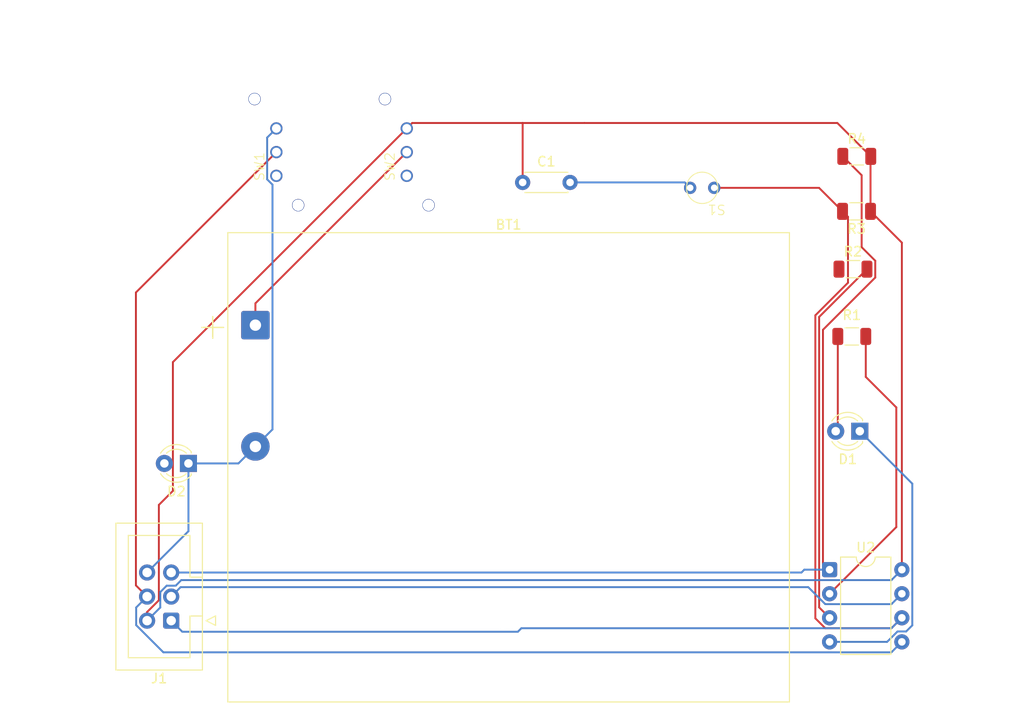
<source format=kicad_pcb>
(kicad_pcb (version 20241229) (generator "pcbnew") (generator_version "9.0")
  (layers (0 "F.Cu" signal) (2 "B.Cu" signal) (13 "F.Paste" user) (15 "B.Paste" user) (5 "F.SilkS" user "F.Silkscreen") (7 "B.SilkS" user "B.Silkscreen") (1 "F.Mask" user) (3 "B.Mask" user) (25 "Edge.Cuts" user))
  (net 0 "")
  (net 1 "GND")
  (net 2 "Net-(BT1-+)")
  (net 3 "VCC")
  (net 4 "Net-(D1-A)")
  (net 5 "/MISO")
  (net 6 "/~{RST}")
  (net 7 "/SCK")
  (net 8 "/MOSI")
  (net 9 "Net-(U2-XTAL1{slash}PB3)")
  (net 10 "Net-(U2-XTAL2{slash}PB4)")
  (net 11 "Net-(D2-A)")
  (footprint "Library:TEPT4400" (layer "F.Cu") (at 147.42 53.42 180)
    (property "Reference" "S1" (at -0.254 -2.286 180) (layer "F.SilkS") (effects (font (thickness 0.1))))
    (property "Value" "TEPT 4400")
    (fp_circle (center 1.27 0) (end 2.925 0) (stroke (width 0.1)) (fill no) (layer "F.SilkS"))
    (pad "1" thru_hole circle (at 0 0 180) (size 1.3 1.3) (drill 0.7) (layers "*.Cu" "*.Mask") (net 5 "/MISO"))
    (pad "2" thru_hole circle (at 2.54 0 180) (size 1.3 1.3) (drill 0.7) (layers "*.Cu" "*.Mask") (net 1 "GND"))
  )
  (footprint "LED_THT:LED_D3.0mm" (layer "F.Cu") (at 162.77 79.1 180)
    (property "Reference" "D1" (at 1.27 -2.96 0) (layer "F.SilkS"))
    (property "Value" "LED, TLHG4600, TLHY4600, TLHY4600, TLHF4601")
    (fp_line (start -0.29 1.08) (end -0.29 1.236) (stroke (width 0.12)) (layer "F.SilkS"))
    (fp_line (start -0.29 -1.236) (end -0.29 -1.08) (stroke (width 0.12)) (layer "F.SilkS"))
    (fp_arc (start 2.941437 1.08) (mid 1.36566 1.987699) (end -0.29 1.235516) (stroke (width 0.12)) (layer "F.SilkS"))
    (fp_arc (start 2.310961 1.08) (mid 1.27 1.5) (end 0.229039 1.08) (stroke (width 0.12)) (layer "F.SilkS"))
    (fp_arc (start 0.229039 -1.08) (mid 1.27 -1.5) (end 2.310961 -1.08) (stroke (width 0.12)) (layer "F.SilkS"))
    (fp_arc (start -0.29 -1.235516) (mid 1.36566 -1.987699) (end 2.941437 -1.08) (stroke (width 0.12)) (layer "F.SilkS"))
    (pad "1" thru_hole rect (at 0 0 180) (size 1.8 1.8) (drill 0.9) (layers "*.Cu" "*.Mask") (net 1 "GND"))
    (pad "2" thru_hole circle (at 2.54 0 180) (size 1.8 1.8) (drill 0.9) (layers "*.Cu" "*.Mask") (net 4 "Net-(D1-A)"))
  )
  (footprint "Connector_IDC:IDC-Header_2x03_P2.54mm_Vertical" (layer "F.Cu") (at 90.16 99.09 180)
    (property "Reference" "J1" (at 1.27 -6.1 0) (layer "F.SilkS"))
    (property "Value" "AVR-ISP-6")
    (fp_line (start 5.83 10.29) (end -3.29 10.29) (stroke (width 0.12)) (layer "F.SilkS"))
    (fp_line (start 5.83 -5.21) (end 5.83 10.29) (stroke (width 0.12)) (layer "F.SilkS"))
    (fp_line (start 4.52 8.99) (end -1.98 8.99) (stroke (width 0.12)) (layer "F.SilkS"))
    (fp_line (start 4.52 -3.91) (end 4.52 8.99) (stroke (width 0.12)) (layer "F.SilkS"))
    (fp_line (start -1.98 8.99) (end -1.98 4.59) (stroke (width 0.12)) (layer "F.SilkS"))
    (fp_line (start -1.98 4.59) (end -3.29 4.59) (stroke (width 0.12)) (layer "F.SilkS"))
    (fp_line (start -1.98 0.49) (end -1.98 -3.91) (stroke (width 0.12)) (layer "F.SilkS"))
    (fp_line (start -1.98 -3.91) (end 4.52 -3.91) (stroke (width 0.12)) (layer "F.SilkS"))
    (fp_line (start -3.29 10.29) (end -3.29 -5.21) (stroke (width 0.12)) (layer "F.SilkS"))
    (fp_line (start -3.29 0.49) (end -1.98 0.49) (stroke (width 0.12)) (layer "F.SilkS"))
    (fp_line (start -3.29 -5.21) (end 5.83 -5.21) (stroke (width 0.12)) (layer "F.SilkS"))
    (fp_line (start -3.68 0) (end -4.68 -0.5) (stroke (width 0.12)) (layer "F.SilkS"))
    (fp_line (start -4.68 0.5) (end -3.68 0) (stroke (width 0.12)) (layer "F.SilkS"))
    (fp_line (start -4.68 -0.5) (end -4.68 0.5) (stroke (width 0.12)) (layer "F.SilkS"))
    (pad "1" thru_hole roundrect (at 0 0 180) (size 1.7 1.7) (drill 1) (layers "*.Cu" "*.Mask") (roundrect_rratio 0.147059) (net 5 "/MISO"))
    (pad "2" thru_hole circle (at 2.54 0 180) (size 1.7 1.7) (drill 1) (layers "*.Cu" "*.Mask") (net 3 "VCC"))
    (pad "3" thru_hole circle (at 0 2.54 180) (size 1.7 1.7) (drill 1) (layers "*.Cu" "*.Mask") (net 7 "/SCK"))
    (pad "4" thru_hole circle (at 2.54 2.54 180) (size 1.7 1.7) (drill 1) (layers "*.Cu" "*.Mask") (net 8 "/MOSI"))
    (pad "5" thru_hole circle (at 0 5.08 180) (size 1.7 1.7) (drill 1) (layers "*.Cu" "*.Mask") (net 6 "/~{RST}"))
    (pad "6" thru_hole circle (at 2.54 5.08 180) (size 1.7 1.7) (drill 1) (layers "*.Cu" "*.Mask") (net 1 "GND"))
  )
  (footprint "Battery:BatteryHolder_TruPower_BH-331P_3xAA" (layer "F.Cu") (at 99.04 67.91)
    (property "Reference" "BT1" (at 26.7 -10.6 0) (layer "F.SilkS"))
    (property "Value" "Battery")
    (fp_line (start -2.91 -9.76) (end 56.31 -9.76) (stroke (width 0.12)) (layer "F.SilkS"))
    (fp_line (start -2.91 39.76) (end -2.91 -9.76) (stroke (width 0.12)) (layer "F.SilkS"))
    (fp_line (start 56.31 -9.76) (end 56.31 39.76) (stroke (width 0.12)) (layer "F.SilkS"))
    (fp_line (start 56.31 39.76) (end -2.91 39.76) (stroke (width 0.12)) (layer "F.SilkS"))
    (fp_text user "+" (at -4.5 0 0) (layer "F.SilkS") (effects (font (size 3 3))))
    (pad "" np_thru_hole circle (at 26.7 0) (size 4 4) (drill 4) (layers "*.Cu" "*.Mask"))
    (pad "" np_thru_hole circle (at 26.7 30) (size 4 4) (drill 4) (layers "*.Cu" "*.Mask"))
    (pad "1" thru_hole roundrect (at 0 0) (size 3 3) (drill 1.2) (layers "*.Cu" "*.Mask") (roundrect_rratio 0.083333) (net 2 "Net-(BT1-+)"))
    (pad "2" thru_hole circle (at 0 12.8) (size 3 3) (drill 1.2) (layers "*.Cu" "*.Mask") (net 1 "GND"))
  )
  (footprint "LED_THT:LED_D3.0mm" (layer "F.Cu") (at 91.98 82.5 180)
    (property "Reference" "D2" (at 1.27 -2.96 0) (layer "F.SilkS"))
    (property "Value" "LED, TLHG4600, TLHY4600, TLHY4600, TLHF4601")
    (fp_line (start -0.29 1.08) (end -0.29 1.236) (stroke (width 0.12)) (layer "F.SilkS"))
    (fp_line (start -0.29 -1.236) (end -0.29 -1.08) (stroke (width 0.12)) (layer "F.SilkS"))
    (fp_arc (start 2.941437 1.08) (mid 1.36566 1.987699) (end -0.29 1.235516) (stroke (width 0.12)) (layer "F.SilkS"))
    (fp_arc (start 2.310961 1.08) (mid 1.27 1.5) (end 0.229039 1.08) (stroke (width 0.12)) (layer "F.SilkS"))
    (fp_arc (start 0.229039 -1.08) (mid 1.27 -1.5) (end 2.310961 -1.08) (stroke (width 0.12)) (layer "F.SilkS"))
    (fp_arc (start -0.29 -1.235516) (mid 1.36566 -1.987699) (end 2.941437 -1.08) (stroke (width 0.12)) (layer "F.SilkS"))
    (pad "1" thru_hole rect (at 0 0 180) (size 1.8 1.8) (drill 0.9) (layers "*.Cu" "*.Mask") (net 1 "GND"))
    (pad "2" thru_hole circle (at 2.54 0 180) (size 1.8 1.8) (drill 0.9) (layers "*.Cu" "*.Mask") (net 11 "Net-(D2-A)"))
  )
  (footprint "Capacitor_THT:C_Disc_D4.3mm_W1.9mm_P5.00mm" (layer "F.Cu") (at 127.22 52.85)
    (property "Reference" "C1" (at 2.5 -2.2 0) (layer "F.SilkS"))
    (property "Value" "C")
    (fp_line (start 0.23 -1.07) (end 4.77 -1.07) (stroke (width 0.12)) (layer "F.SilkS"))
    (fp_line (start 0.23 -1.014) (end 0.23 -1.07) (stroke (width 0.12)) (layer "F.SilkS"))
    (fp_line (start 4.77 1.014) (end 4.77 1.07) (stroke (width 0.12)) (layer "F.SilkS"))
    (fp_line (start 4.77 1.07) (end 0.23 1.07) (stroke (width 0.12)) (layer "F.SilkS"))
    (pad "1" thru_hole circle (at 0 0) (size 1.6 1.6) (drill 0.8) (layers "*.Cu" "*.Mask") (net 3 "VCC"))
    (pad "2" thru_hole circle (at 5 0) (size 1.6 1.6) (drill 0.8) (layers "*.Cu" "*.Mask") (net 1 "GND"))
  )
  (footprint "Capacitor_SMD:C_1206_3216Metric" (layer "F.Cu") (at 162.45 50.1)
    (property "Reference" "R4" (at 0 -1.85 0) (layer "F.SilkS"))
    (property "Value" "R_US")
    (fp_line (start -0.711252 -0.91) (end 0.711252 -0.91) (stroke (width 0.12)) (layer "F.SilkS"))
    (fp_line (start -0.711252 0.91) (end 0.711252 0.91) (stroke (width 0.12)) (layer "F.SilkS"))
    (pad "1" smd roundrect (at -1.475 0) (size 1.15 1.8) (layers "F.Cu" "F.Mask" "F.Paste") (roundrect_rratio 0.217391) (net 6 "/~{RST}"))
    (pad "2" smd roundrect (at 1.475 0) (size 1.15 1.8) (layers "F.Cu" "F.Mask" "F.Paste") (roundrect_rratio 0.217391) (net 3 "VCC"))
  )
  (footprint "Library:LC 1258" (layer "F.Cu") (at 101.25 49.65 90)
    (property "Reference" "SW1" (at -1.524 -1.778 90) (layer "F.SilkS") (effects (font (thickness 0.1))))
    (property "Value" "SW_Push")
    (pad "" np_thru_hole circle (at -5.6 2.3 90) (size 1.3 1.3) (drill 1.2) (layers "*.Cu" "*.Mask"))
    (pad "" np_thru_hole circle (at 5.6 -2.3 90) (size 1.3 1.3) (drill 1.2) (layers "*.Cu" "*.Mask"))
    (pad "1" thru_hole circle (at 0 0 90) (size 1.3 1.3) (drill 0.935) (layers "*.Cu" "*.Mask") (net 8 "/MOSI"))
    (pad "2" thru_hole circle (at 2.5 0 90) (size 1.3 1.3) (drill 0.935) (layers "*.Cu" "*.Mask") (net 1 "GND"))
    (pad "3" thru_hole circle (at -2.5 0 90) (size 1.3 1.3) (drill 0.935) (layers "*.Cu" "*.Mask"))
  )
  (footprint "Capacitor_SMD:C_1206_3216Metric" (layer "F.Cu") (at 162.425 55.9 180)
    (property "Reference" "R3" (at 0 -1.85 0) (layer "F.SilkS"))
    (property "Value" "10K")
    (fp_line (start -0.711252 0.91) (end 0.711252 0.91) (stroke (width 0.12)) (layer "F.SilkS"))
    (fp_line (start -0.711252 -0.91) (end 0.711252 -0.91) (stroke (width 0.12)) (layer "F.SilkS"))
    (pad "1" smd roundrect (at -1.475 0 180) (size 1.15 1.8) (layers "F.Cu" "F.Mask" "F.Paste") (roundrect_rratio 0.217391) (net 3 "VCC"))
    (pad "2" smd roundrect (at 1.475 0 180) (size 1.15 1.8) (layers "F.Cu" "F.Mask" "F.Paste") (roundrect_rratio 0.217391) (net 5 "/MISO"))
  )
  (footprint "Capacitor_SMD:C_1206_3216Metric" (layer "F.Cu") (at 162.05 62)
    (property "Reference" "R2" (at 0 -1.85 0) (layer "F.SilkS"))
    (property "Value" "R_US")
    (fp_line (start -0.711252 -0.91) (end 0.711252 -0.91) (stroke (width 0.12)) (layer "F.SilkS"))
    (fp_line (start -0.711252 0.91) (end 0.711252 0.91) (stroke (width 0.12)) (layer "F.SilkS"))
    (pad "1" smd roundrect (at -1.475 0) (size 1.15 1.8) (layers "F.Cu" "F.Mask" "F.Paste") (roundrect_rratio 0.217391) (net 11 "Net-(D2-A)"))
    (pad "2" smd roundrect (at 1.475 0) (size 1.15 1.8) (layers "F.Cu" "F.Mask" "F.Paste") (roundrect_rratio 0.217391) (net 10 "Net-(U2-XTAL2{slash}PB4)"))
  )
  (footprint "Capacitor_SMD:C_1206_3216Metric" (layer "F.Cu") (at 161.925 69.1)
    (property "Reference" "R1" (at 0 -2.25 0) (layer "F.SilkS"))
    (property "Value" "R_US")
    (fp_line (start -0.711252 -0.91) (end 0.711252 -0.91) (stroke (width 0.12)) (layer "F.SilkS"))
    (fp_line (start -0.711252 0.91) (end 0.711252 0.91) (stroke (width 0.12)) (layer "F.SilkS"))
    (pad "1" smd roundrect (at -1.475 0) (size 1.15 1.8) (layers "F.Cu" "F.Mask" "F.Paste") (roundrect_rratio 0.217391) (net 4 "Net-(D1-A)"))
    (pad "2" smd roundrect (at 1.475 0) (size 1.15 1.8) (layers "F.Cu" "F.Mask" "F.Paste") (roundrect_rratio 0.217391) (net 9 "Net-(U2-XTAL1{slash}PB3)"))
  )
  (footprint "Library:LC 1258" (layer "F.Cu") (at 115 49.65 90)
    (property "Reference" "SW2" (at -1.524 -1.778 90) (layer "F.SilkS") (effects (font (thickness 0.1))))
    (property "Value" "SW_SPST")
    (pad "" np_thru_hole circle (at -5.6 2.3 90) (size 1.3 1.3) (drill 1.2) (layers "*.Cu" "*.Mask"))
    (pad "" np_thru_hole circle (at 5.6 -2.3 90) (size 1.3 1.3) (drill 1.2) (layers "*.Cu" "*.Mask"))
    (pad "1" thru_hole circle (at 0 0 90) (size 1.3 1.3) (drill 0.935) (layers "*.Cu" "*.Mask") (net 2 "Net-(BT1-+)"))
    (pad "2" thru_hole circle (at 2.5 0 90) (size 1.3 1.3) (drill 0.935) (layers "*.Cu" "*.Mask") (net 3 "VCC"))
    (pad "3" thru_hole circle (at -2.5 0 90) (size 1.3 1.3) (drill 0.935) (layers "*.Cu" "*.Mask"))
  )
  (footprint "Package_DIP:DIP-8_W7.62mm" (layer "F.Cu") (at 159.585 93.71)
    (property "Reference" "U2" (at 3.81 -2.33 0) (layer "F.SilkS"))
    (property "Value" "ATtiny85V-10P")
    (fp_line (start 1.16 -1.33) (end 1.16 8.95) (stroke (width 0.12)) (layer "F.SilkS"))
    (fp_line (start 1.16 8.95) (end 6.46 8.95) (stroke (width 0.12)) (layer "F.SilkS"))
    (fp_line (start 2.81 -1.33) (end 1.16 -1.33) (stroke (width 0.12)) (layer "F.SilkS"))
    (fp_line (start 6.46 -1.33) (end 4.81 -1.33) (stroke (width 0.12)) (layer "F.SilkS"))
    (fp_line (start 6.46 8.95) (end 6.46 -1.33) (stroke (width 0.12)) (layer "F.SilkS"))
    (fp_arc (start 4.81 -1.33) (mid 3.81 -0.33) (end 2.81 -1.33) (stroke (width 0.12)) (layer "F.SilkS"))
    (pad "1" thru_hole roundrect (at 0 0) (size 1.6 1.6) (drill 0.8) (layers "*.Cu" "*.Mask") (roundrect_rratio 0.15625) (net 6 "/~{RST}"))
    (pad "2" thru_hole circle (at 0 2.54) (size 1.6 1.6) (drill 0.8) (layers "*.Cu" "*.Mask") (net 9 "Net-(U2-XTAL1{slash}PB3)"))
    (pad "3" thru_hole circle (at 0 5.08) (size 1.6 1.6) (drill 0.8) (layers "*.Cu" "*.Mask") (net 10 "Net-(U2-XTAL2{slash}PB4)"))
    (pad "4" thru_hole circle (at 0 7.62) (size 1.6 1.6) (drill 0.8) (layers "*.Cu" "*.Mask") (net 1 "GND"))
    (pad "5" thru_hole circle (at 7.62 7.62) (size 1.6 1.6) (drill 0.8) (layers "*.Cu" "*.Mask") (net 8 "/MOSI"))
    (pad "6" thru_hole circle (at 7.62 5.08) (size 1.6 1.6) (drill 0.8) (layers "*.Cu" "*.Mask") (net 5 "/MISO"))
    (pad "7" thru_hole circle (at 7.62 2.54) (size 1.6 1.6) (drill 0.8) (layers "*.Cu" "*.Mask") (net 7 "/SCK"))
    (pad "8" thru_hole circle (at 7.62 0) (size 1.6 1.6) (drill 0.8) (layers "*.Cu" "*.Mask") (net 3 "VCC"))
  )
  (segment (start 165.64795 101.33) (end 159.585 101.33) (width 0.2) (layer "B.Cu") (net 1))
  (segment (start 132.22 52.85) (end 144.31 52.85) (width 0.2) (layer "B.Cu") (net 1))
  (segment (start 100.28 52.524918) (end 100.28 48.12) (width 0.2) (layer "B.Cu") (net 1))
  (segment (start 168.306 99.58405) (end 167.66105 100.229) (width 0.2) (layer "B.Cu") (net 1))
  (segment (start 166.74895 100.229) (end 165.64795 101.33) (width 0.2) (layer "B.Cu") (net 1))
  (segment (start 100.841 78.909) (end 100.841 53.085918) (width 0.2) (layer "B.Cu") (net 1))
  (segment (start 99.04 80.71) (end 100.841 78.909) (width 0.2) (layer "B.Cu") (net 1))
  (segment (start 167.66105 100.229) (end 166.74895 100.229) (width 0.2) (layer "B.Cu") (net 1))
  (segment (start 100.841 53.085918) (end 100.28 52.524918) (width 0.2) (layer "B.Cu") (net 1))
  (segment (start 168.306 84.636) (end 168.306 99.58405) (width 0.2) (layer "B.Cu") (net 1))
  (segment (start 100.28 48.12) (end 101.25 47.15) (width 0.2) (layer "B.Cu") (net 1))
  (segment (start 91.98 89.65) (end 87.62 94.01) (width 0.2) (layer "B.Cu") (net 1))
  (segment (start 144.31 52.85) (end 144.88 53.42) (width 0.2) (layer "B.Cu") (net 1))
  (segment (start 97.25 82.5) (end 99.04 80.71) (width 0.2) (layer "B.Cu") (net 1))
  (segment (start 162.77 79.1) (end 168.306 84.636) (width 0.2) (layer "B.Cu") (net 1))
  (segment (start 91.98 82.5) (end 91.98 89.65) (width 0.2) (layer "B.Cu") (net 1))
  (segment (start 91.98 82.5) (end 97.25 82.5) (width 0.2) (layer "B.Cu") (net 1))
  (segment (start 99.04 65.61) (end 99.04 67.91) (width 0.2) (layer "F.Cu") (net 2))
  (segment (start 115 49.65) (end 99.04 65.61) (width 0.2) (layer "F.Cu") (net 2))
  (segment (start 163.9 55.9) (end 163.9 50.125) (width 0.2) (layer "F.Cu") (net 3))
  (segment (start 127.22 46.59) (end 127.21 46.58) (width 0.2) (layer "F.Cu") (net 3))
  (segment (start 160.405 46.58) (end 133.74 46.58) (width 0.2) (layer "F.Cu") (net 3))
  (segment (start 87.62 99.09) (end 87.62 98.17776) (width 0.2) (layer "F.Cu") (net 3))
  (segment (start 127.21 46.58) (end 115.57 46.58) (width 0.2) (layer "F.Cu") (net 3))
  (segment (start 88.86 96.93776) (end 88.86 86.878471) (width 0.2) (layer "F.Cu") (net 3))
  (segment (start 163.9 50.125) (end 163.925 50.1) (width 0.2) (layer "F.Cu") (net 3))
  (segment (start 127.22 52.85) (end 127.22 46.59) (width 0.2) (layer "F.Cu") (net 3))
  (segment (start 90.339 71.811) (end 115 47.15) (width 0.2) (layer "F.Cu") (net 3))
  (segment (start 167.205 93.71) (end 167.205 59.205) (width 0.2) (layer "F.Cu") (net 3))
  (segment (start 115.57 46.58) (end 115 47.15) (width 0.2) (layer "F.Cu") (net 3))
  (segment (start 163.925 50.1) (end 160.405 46.58) (width 0.2) (layer "F.Cu") (net 3))
  (segment (start 90.339 85.399471) (end 90.339 71.811) (width 0.2) (layer "F.Cu") (net 3))
  (segment (start 133.74 46.58) (end 127.21 46.58) (width 0.2) (layer "F.Cu") (net 3))
  (segment (start 87.62 98.17776) (end 88.86 96.93776) (width 0.2) (layer "F.Cu") (net 3))
  (segment (start 88.86 86.878471) (end 90.339 85.399471) (width 0.2) (layer "F.Cu") (net 3))
  (segment (start 167.205 59.205) (end 163.9 55.9) (width 0.2) (layer "F.Cu") (net 3))
  (segment (start 91.22476 94.811) (end 166.104 94.811) (width 0.2) (layer "B.Cu") (net 3))
  (segment (start 166.104 94.811) (end 167.205 93.71) (width 0.2) (layer "B.Cu") (net 3))
  (segment (start 87.62 99.09) (end 89.009 97.701) (width 0.2) (layer "B.Cu") (net 3))
  (segment (start 89.68324 95.399) (end 90.63676 95.399) (width 0.2) (layer "B.Cu") (net 3))
  (segment (start 89.009 96.07324) (end 89.68324 95.399) (width 0.2) (layer "B.Cu") (net 3))
  (segment (start 90.63676 95.399) (end 91.22476 94.811) (width 0.2) (layer "B.Cu") (net 3))
  (segment (start 89.009 97.701) (end 89.009 96.07324) (width 0.2) (layer "B.Cu") (net 3))
  (segment (start 160.45 69.1) (end 160.45 78.88) (width 0.2) (layer "F.Cu") (net 4))
  (segment (start 160.45 78.88) (end 160.23 79.1) (width 0.2) (layer "F.Cu") (net 4))
  (segment (start 159.12895 99.891) (end 158.083 98.84505) (width 0.2) (layer "F.Cu") (net 5))
  (segment (start 166.104 99.891) (end 159.12895 99.891) (width 0.2) (layer "F.Cu") (net 5))
  (segment (start 167.205 98.79) (end 166.104 99.891) (width 0.2) (layer "F.Cu") (net 5))
  (segment (start 158.083 66.8749) (end 161.525 63.4329) (width 0.2) (layer "F.Cu") (net 5))
  (segment (start 158.47 53.42) (end 160.95 55.9) (width 0.2) (layer "F.Cu") (net 5))
  (segment (start 158.083 98.84505) (end 158.083 66.8749) (width 0.2) (layer "F.Cu") (net 5))
  (segment (start 147.42 53.42) (end 158.47 53.42) (width 0.2) (layer "F.Cu") (net 5))
  (segment (start 161.525 56.475) (end 160.95 55.9) (width 0.2) (layer "F.Cu") (net 5))
  (segment (start 161.525 63.4329) (end 161.525 56.475) (width 0.2) (layer "F.Cu") (net 5))
  (segment (start 167.205 98.79) (end 166.104 99.891) (width 0.2) (layer "B.Cu") (net 5))
  (segment (start 166.104 99.891) (end 127.083816 99.891) (width 0.2) (layer "B.Cu") (net 5))
  (segment (start 91.331 100.261) (end 90.16 99.09) (width 0.2) (layer "B.Cu") (net 5))
  (segment (start 126.713816 100.261) (end 91.331 100.261) (width 0.2) (layer "B.Cu") (net 5))
  (segment (start 127.083816 99.891) (end 126.713816 100.261) (width 0.2) (layer "B.Cu") (net 5))
  (segment (start 158.885 68.40116) (end 158.885 93.01) (width 0.2) (layer "F.Cu") (net 6))
  (segment (start 158.885 93.01) (end 159.585 93.71) (width 0.2) (layer "F.Cu") (net 6))
  (segment (start 162.96484 59.67868) (end 164.401 61.11484) (width 0.2) (layer "F.Cu") (net 6))
  (segment (start 164.401 61.11484) (end 164.401 62.88516) (width 0.2) (layer "F.Cu") (net 6))
  (segment (start 160.975 50.1) (end 162.96484 52.08984) (width 0.2) (layer "F.Cu") (net 6))
  (segment (start 162.96484 52.08984) (end 162.96484 59.67868) (width 0.2) (layer "F.Cu") (net 6))
  (segment (start 164.401 62.88516) (end 158.885 68.40116) (width 0.2) (layer "F.Cu") (net 6))
  (segment (start 156.92 93.71) (end 159.585 93.71) (width 0.2) (layer "B.Cu") (net 6))
  (segment (start 90.16 94.01) (end 156.62 94.01) (width 0.2) (layer "B.Cu") (net 6))
  (segment (start 156.62 94.01) (end 156.92 93.71) (width 0.2) (layer "B.Cu") (net 6))
  (segment (start 159.12895 97.351) (end 166.104 97.351) (width 0.2) (layer "B.Cu") (net 7))
  (segment (start 91.151 95.559) (end 157.33695 95.559) (width 0.2) (layer "B.Cu") (net 7))
  (segment (start 90.16 96.55) (end 91.151 95.559) (width 0.2) (layer "B.Cu") (net 7))
  (segment (start 157.33695 95.559) (end 159.12895 97.351) (width 0.2) (layer "B.Cu") (net 7))
  (segment (start 166.104 97.351) (end 167.205 96.25) (width 0.2) (layer "B.Cu") (net 7))
  (segment (start 86.44 95.37) (end 86.44 64.46) (width 0.2) (layer "F.Cu") (net 8))
  (segment (start 86.44 64.46) (end 101.25 49.65) (width 0.2) (layer "F.Cu") (net 8))
  (segment (start 87.62 96.55) (end 86.44 95.37) (width 0.2) (layer "F.Cu") (net 8))
  (segment (start 86.469 97.701) (end 86.469 99.56676) (width 0.2) (layer "B.Cu") (net 8))
  (segment (start 89.33324 102.431) (end 166.104 102.431) (width 0.2) (layer "B.Cu") (net 8))
  (segment (start 166.104 102.431) (end 167.205 101.33) (width 0.2) (layer "B.Cu") (net 8))
  (segment (start 86.469 99.56676) (end 89.33324 102.431) (width 0.2) (layer "B.Cu") (net 8))
  (segment (start 87.62 96.55) (end 86.469 97.701) (width 0.2) (layer "B.Cu") (net 8))
  (segment (start 159.585 96.25) (end 166.62 89.215) (width 0.2) (layer "F.Cu") (net 9))
  (segment (start 166.62 76.59) (end 163.4 73.37) (width 0.2) (layer "F.Cu") (net 9))
  (segment (start 166.62 89.215) (end 166.62 76.59) (width 0.2) (layer "F.Cu") (net 9))
  (segment (start 163.4 73.37) (end 163.4 69.1) (width 0.2) (layer "F.Cu") (net 9))
  (segment (start 158.484 67.041) (end 158.484 97.689) (width 0.2) (layer "F.Cu") (net 10))
  (segment (start 163.525 62) (end 158.484 67.041) (width 0.2) (layer "F.Cu") (net 10))
  (segment (start 158.484 97.689) (end 159.585 98.79) (width 0.2) (layer "F.Cu") (net 10))
)
</source>
